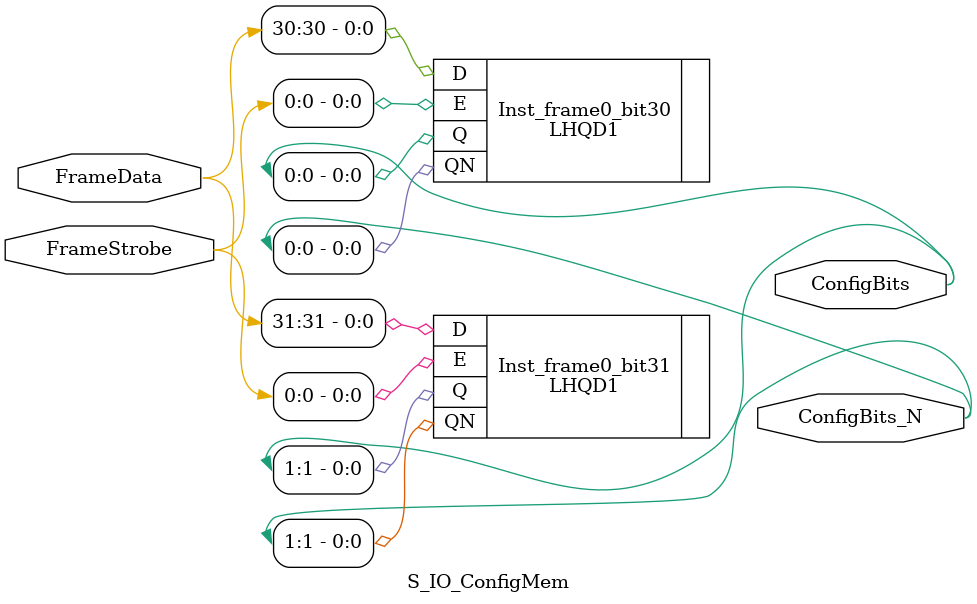
<source format=v>
module S_IO_ConfigMem #(
    parameter MaxFramesPerCol = 32,
    parameter FrameBitsPerRow = 32,
    parameter NoConfigBits = 2
)(
    input [FrameBitsPerRow - 1:0] FrameData,
    input [MaxFramesPerCol - 1:0] FrameStrobe,
    output [NoConfigBits - 1:0] ConfigBits,
    output [NoConfigBits - 1:0] ConfigBits_N
);

// instantiate frame latches
LHQD1 #() Inst_frame0_bit31 (
    .D(FrameData[31]),
    .E(FrameStrobe[0]),
    .Q(ConfigBits[1]),
    .QN(ConfigBits_N[1])
);

LHQD1 #() Inst_frame0_bit30 (
    .D(FrameData[30]),
    .E(FrameStrobe[0]),
    .Q(ConfigBits[0]),
    .QN(ConfigBits_N[0])
);

endmodule

</source>
